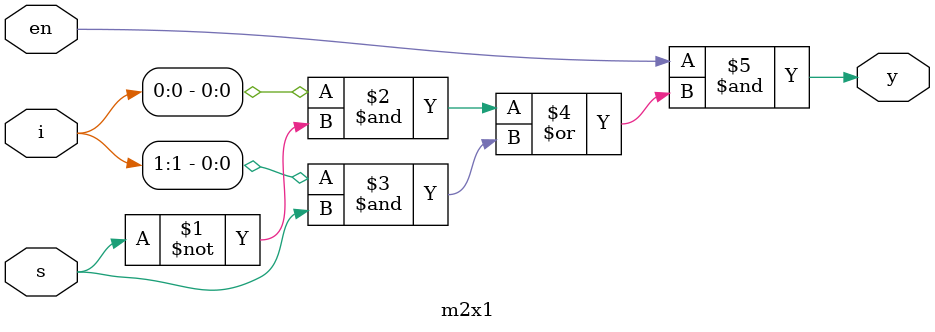
<source format=v>
module m2x1(
    input en,
    input [1:0] i,
    input s,
    output y
);
    assign y = en&((i[0]&(~s)) | i[1]&s);
endmodule
</source>
